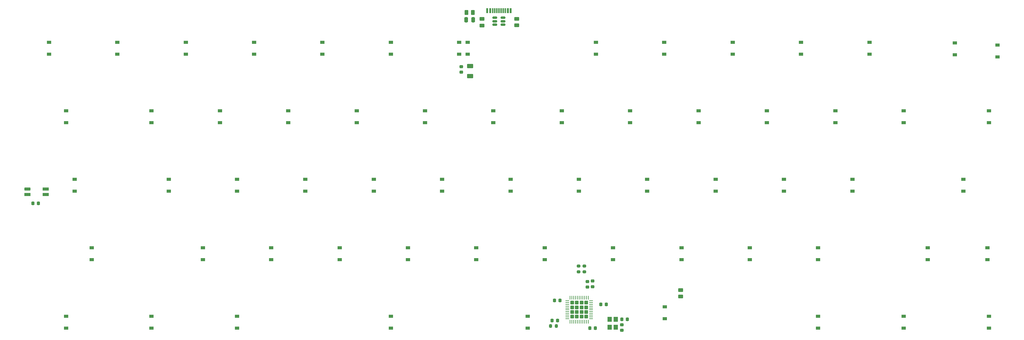
<source format=gbr>
%TF.GenerationSoftware,KiCad,Pcbnew,(6.0.4)*%
%TF.CreationDate,2022-05-28T14:43:12-04:00*%
%TF.ProjectId,keyboard,6b657962-6f61-4726-942e-6b696361645f,rev?*%
%TF.SameCoordinates,Original*%
%TF.FileFunction,Paste,Bot*%
%TF.FilePolarity,Positive*%
%FSLAX46Y46*%
G04 Gerber Fmt 4.6, Leading zero omitted, Abs format (unit mm)*
G04 Created by KiCad (PCBNEW (6.0.4)) date 2022-05-28 14:43:12*
%MOMM*%
%LPD*%
G01*
G04 APERTURE LIST*
G04 Aperture macros list*
%AMRoundRect*
0 Rectangle with rounded corners*
0 $1 Rounding radius*
0 $2 $3 $4 $5 $6 $7 $8 $9 X,Y pos of 4 corners*
0 Add a 4 corners polygon primitive as box body*
4,1,4,$2,$3,$4,$5,$6,$7,$8,$9,$2,$3,0*
0 Add four circle primitives for the rounded corners*
1,1,$1+$1,$2,$3*
1,1,$1+$1,$4,$5*
1,1,$1+$1,$6,$7*
1,1,$1+$1,$8,$9*
0 Add four rect primitives between the rounded corners*
20,1,$1+$1,$2,$3,$4,$5,0*
20,1,$1+$1,$4,$5,$6,$7,0*
20,1,$1+$1,$6,$7,$8,$9,0*
20,1,$1+$1,$8,$9,$2,$3,0*%
G04 Aperture macros list end*
%ADD10RoundRect,0.225000X-0.225000X-0.250000X0.225000X-0.250000X0.225000X0.250000X-0.225000X0.250000X0*%
%ADD11RoundRect,0.225000X0.225000X0.250000X-0.225000X0.250000X-0.225000X-0.250000X0.225000X-0.250000X0*%
%ADD12RoundRect,0.225000X0.250000X-0.225000X0.250000X0.225000X-0.250000X0.225000X-0.250000X-0.225000X0*%
%ADD13RoundRect,0.225000X-0.250000X0.225000X-0.250000X-0.225000X0.250000X-0.225000X0.250000X0.225000X0*%
%ADD14RoundRect,0.250000X-0.450000X0.262500X-0.450000X-0.262500X0.450000X-0.262500X0.450000X0.262500X0*%
%ADD15RoundRect,0.250000X0.450000X-0.262500X0.450000X0.262500X-0.450000X0.262500X-0.450000X-0.262500X0*%
%ADD16RoundRect,0.200000X0.275000X-0.200000X0.275000X0.200000X-0.275000X0.200000X-0.275000X-0.200000X0*%
%ADD17RoundRect,0.200000X-0.200000X-0.275000X0.200000X-0.275000X0.200000X0.275000X-0.200000X0.275000X0*%
%ADD18RoundRect,0.250000X0.625000X-0.375000X0.625000X0.375000X-0.625000X0.375000X-0.625000X-0.375000X0*%
%ADD19R,0.600000X1.450000*%
%ADD20R,0.300000X1.450000*%
%ADD21RoundRect,0.250000X-0.250000X-0.475000X0.250000X-0.475000X0.250000X0.475000X-0.250000X0.475000X0*%
%ADD22RoundRect,0.250000X-0.262500X-0.450000X0.262500X-0.450000X0.262500X0.450000X-0.262500X0.450000X0*%
%ADD23RoundRect,0.062500X-0.475000X0.062500X-0.475000X-0.062500X0.475000X-0.062500X0.475000X0.062500X0*%
%ADD24RoundRect,0.062500X-0.062500X0.475000X-0.062500X-0.475000X0.062500X-0.475000X0.062500X0.475000X0*%
%ADD25RoundRect,0.250000X-0.275000X0.275000X-0.275000X-0.275000X0.275000X-0.275000X0.275000X0.275000X0*%
%ADD26R,1.200000X1.400000*%
%ADD27R,1.200000X0.900000*%
%ADD28R,1.700000X0.820000*%
%ADD29RoundRect,0.205000X0.645000X0.205000X-0.645000X0.205000X-0.645000X-0.205000X0.645000X-0.205000X0*%
%ADD30RoundRect,0.150000X0.512500X0.150000X-0.512500X0.150000X-0.512500X-0.150000X0.512500X-0.150000X0*%
G04 APERTURE END LIST*
D10*
%TO.C,C1*%
X171125000Y-84000000D03*
X172675000Y-84000000D03*
%TD*%
%TO.C,C2*%
X168075000Y-90550000D03*
X169625000Y-90550000D03*
%TD*%
D11*
%TO.C,C4*%
X159825000Y-82850000D03*
X158275000Y-82850000D03*
%TD*%
D12*
%TO.C,C5*%
X167400000Y-79175000D03*
X167400000Y-77625000D03*
%TD*%
D13*
%TO.C,C6*%
X177000000Y-89625000D03*
X177000000Y-91175000D03*
%TD*%
D10*
%TO.C,C7*%
X176975000Y-88150000D03*
X178525000Y-88150000D03*
%TD*%
D13*
%TO.C,C8*%
X132411600Y-17842400D03*
X132411600Y-19392400D03*
%TD*%
D14*
%TO.C,R1*%
X138100000Y-4587500D03*
X138100000Y-6412500D03*
%TD*%
D15*
%TO.C,R2*%
X147800000Y-6362500D03*
X147800000Y-4537500D03*
%TD*%
D16*
%TO.C,R3*%
X166550000Y-74925000D03*
X166550000Y-73275000D03*
%TD*%
D17*
%TO.C,R5*%
X157175000Y-90000000D03*
X158825000Y-90000000D03*
%TD*%
D15*
%TO.C,R6*%
X193345698Y-81812500D03*
X193345698Y-79987500D03*
%TD*%
D18*
%TO.C,F1*%
X134850000Y-20500000D03*
X134850000Y-17700000D03*
%TD*%
D16*
%TO.C,R4*%
X165000000Y-74925000D03*
X165000000Y-73275000D03*
%TD*%
D19*
%TO.C,J1*%
X139620000Y-2255000D03*
X140420000Y-2255000D03*
D20*
X141120000Y-2255000D03*
X142120000Y-2255000D03*
X143620000Y-2255000D03*
X144620000Y-2255000D03*
D19*
X145320000Y-2255000D03*
X146120000Y-2255000D03*
X146120000Y-2255000D03*
X145320000Y-2255000D03*
D20*
X144120000Y-2255000D03*
X143120000Y-2255000D03*
X142620000Y-2255000D03*
X141620000Y-2255000D03*
D19*
X140420000Y-2255000D03*
X139620000Y-2255000D03*
%TD*%
D21*
%TO.C,C9*%
X133750000Y-4800000D03*
X135650000Y-4800000D03*
%TD*%
D22*
%TO.C,R7*%
X133800000Y-2750000D03*
X135625000Y-2750000D03*
%TD*%
D23*
%TO.C,U3*%
X161812500Y-82950000D03*
X161812500Y-83450000D03*
X161812500Y-83950000D03*
X161812500Y-84450000D03*
X161812500Y-84950000D03*
X161812500Y-85450000D03*
X161812500Y-85950000D03*
X161812500Y-86450000D03*
X161812500Y-86950000D03*
X161812500Y-87450000D03*
X161812500Y-87950000D03*
D24*
X162650000Y-88787500D03*
X163150000Y-88787500D03*
X163650000Y-88787500D03*
X164150000Y-88787500D03*
X164650000Y-88787500D03*
X165150000Y-88787500D03*
X165650000Y-88787500D03*
X166150000Y-88787500D03*
X166650000Y-88787500D03*
X167150000Y-88787500D03*
X167650000Y-88787500D03*
D23*
X168487500Y-87950000D03*
X168487500Y-87450000D03*
X168487500Y-86950000D03*
X168487500Y-86450000D03*
X168487500Y-85950000D03*
X168487500Y-85450000D03*
X168487500Y-84950000D03*
X168487500Y-84450000D03*
X168487500Y-83950000D03*
X168487500Y-83450000D03*
X168487500Y-82950000D03*
D24*
X167650000Y-82112500D03*
X167150000Y-82112500D03*
X166650000Y-82112500D03*
X166150000Y-82112500D03*
X165650000Y-82112500D03*
X165150000Y-82112500D03*
X164650000Y-82112500D03*
X164150000Y-82112500D03*
X163650000Y-82112500D03*
X163150000Y-82112500D03*
X162650000Y-82112500D03*
D25*
X163200000Y-84800000D03*
X167100000Y-86100000D03*
X165800000Y-83500000D03*
X164500000Y-83500000D03*
X164500000Y-86100000D03*
X163200000Y-87400000D03*
X164500000Y-84800000D03*
X163200000Y-86100000D03*
X164500000Y-87400000D03*
X167100000Y-87400000D03*
X163200000Y-83500000D03*
X165800000Y-87400000D03*
X167100000Y-83500000D03*
X165800000Y-86100000D03*
X167100000Y-84800000D03*
X165800000Y-84800000D03*
%TD*%
D26*
%TO.C,Y1*%
X175350000Y-88150000D03*
X175350000Y-90350000D03*
X173650000Y-90350000D03*
X173650000Y-88150000D03*
%TD*%
D27*
%TO.C,D55*%
X281437500Y-15143750D03*
X281437500Y-11843750D03*
%TD*%
%TO.C,D30*%
X51062500Y-52450000D03*
X51062500Y-49150000D03*
%TD*%
%TO.C,D33*%
X108062500Y-52450000D03*
X108062500Y-49150000D03*
%TD*%
%TO.C,D25*%
X217312500Y-33400000D03*
X217312500Y-30100000D03*
%TD*%
%TO.C,D7*%
X131812500Y-14350000D03*
X131812500Y-11050000D03*
%TD*%
%TO.C,D15*%
X22562500Y-33400000D03*
X22562500Y-30100000D03*
%TD*%
%TO.C,D38*%
X203062500Y-52450000D03*
X203062500Y-49150000D03*
%TD*%
%TO.C,D48*%
X155562500Y-71500000D03*
X155562500Y-68200000D03*
%TD*%
%TO.C,D14*%
X269562500Y-14518750D03*
X269562500Y-11218750D03*
%TD*%
%TO.C,D45*%
X98562500Y-71500000D03*
X98562500Y-68200000D03*
%TD*%
%TO.C,D16*%
X46312500Y-33400000D03*
X46312500Y-30100000D03*
%TD*%
%TO.C,D51*%
X212562500Y-71500000D03*
X212562500Y-68200000D03*
%TD*%
%TO.C,D46*%
X117562500Y-71500000D03*
X117562500Y-68200000D03*
%TD*%
%TO.C,D22*%
X160312500Y-33400000D03*
X160312500Y-30100000D03*
%TD*%
%TO.C,D64*%
X279062500Y-90550000D03*
X279062500Y-87250000D03*
%TD*%
%TO.C,D21*%
X141312500Y-33400000D03*
X141312500Y-30100000D03*
%TD*%
%TO.C,D43*%
X60562500Y-71500000D03*
X60562500Y-68200000D03*
%TD*%
%TO.C,D56*%
X22562500Y-90550000D03*
X22562500Y-87250000D03*
%TD*%
%TO.C,D8*%
X134187500Y-14350000D03*
X134187500Y-11050000D03*
%TD*%
D10*
%TO.C,C3*%
X13350000Y-55850000D03*
X14900000Y-55850000D03*
%TD*%
D27*
%TO.C,D37*%
X184062500Y-52450000D03*
X184062500Y-49150000D03*
%TD*%
%TO.C,D18*%
X84312500Y-33400000D03*
X84312500Y-30100000D03*
%TD*%
%TO.C,D13*%
X245812500Y-14350000D03*
X245812500Y-11050000D03*
%TD*%
%TO.C,D35*%
X146062500Y-52450000D03*
X146062500Y-49150000D03*
%TD*%
D12*
%TO.C,C10*%
X168900000Y-79025000D03*
X168900000Y-77475000D03*
%TD*%
D27*
%TO.C,D19*%
X103312500Y-33400000D03*
X103312500Y-30100000D03*
%TD*%
%TO.C,D50*%
X193562500Y-71500000D03*
X193562500Y-68200000D03*
%TD*%
%TO.C,D4*%
X74812500Y-14350000D03*
X74812500Y-11050000D03*
%TD*%
D28*
%TO.C,D65*%
X16925000Y-53375000D03*
X16925000Y-51875000D03*
D29*
X11825000Y-51875000D03*
D28*
X11825000Y-53375000D03*
%TD*%
D27*
%TO.C,D11*%
X207812500Y-14350000D03*
X207812500Y-11050000D03*
%TD*%
%TO.C,D1*%
X17812500Y-14350000D03*
X17812500Y-11050000D03*
%TD*%
%TO.C,D10*%
X188812500Y-14350000D03*
X188812500Y-11050000D03*
%TD*%
%TO.C,D24*%
X198312500Y-33400000D03*
X198312500Y-30100000D03*
%TD*%
%TO.C,D62*%
X231562500Y-90550000D03*
X231562500Y-87250000D03*
%TD*%
%TO.C,D20*%
X122312500Y-33400000D03*
X122312500Y-30100000D03*
%TD*%
%TO.C,D32*%
X89062500Y-52450000D03*
X89062500Y-49150000D03*
%TD*%
%TO.C,D2*%
X36812500Y-14350000D03*
X36812500Y-11050000D03*
%TD*%
%TO.C,D36*%
X165062500Y-52450000D03*
X165062500Y-49150000D03*
%TD*%
%TO.C,D54*%
X278625000Y-71500000D03*
X278625000Y-68200000D03*
%TD*%
%TO.C,D40*%
X241062500Y-52450000D03*
X241062500Y-49150000D03*
%TD*%
%TO.C,D3*%
X55812500Y-14350000D03*
X55812500Y-11050000D03*
%TD*%
%TO.C,D52*%
X231562500Y-71500000D03*
X231562500Y-68200000D03*
%TD*%
%TO.C,D57*%
X46312500Y-90550000D03*
X46312500Y-87250000D03*
%TD*%
%TO.C,D6*%
X112812500Y-14350000D03*
X112812500Y-11050000D03*
%TD*%
%TO.C,D5*%
X93812500Y-14350000D03*
X93812500Y-11050000D03*
%TD*%
%TO.C,D9*%
X169812500Y-14350000D03*
X169812500Y-11050000D03*
%TD*%
%TO.C,D29*%
X24937500Y-52450000D03*
X24937500Y-49150000D03*
%TD*%
%TO.C,D60*%
X150812500Y-90550000D03*
X150812500Y-87250000D03*
%TD*%
%TO.C,D58*%
X70062500Y-90550000D03*
X70062500Y-87250000D03*
%TD*%
%TO.C,D44*%
X79562500Y-71500000D03*
X79562500Y-68200000D03*
%TD*%
%TO.C,D63*%
X255312500Y-90550000D03*
X255312500Y-87250000D03*
%TD*%
%TO.C,D41*%
X271937500Y-52450000D03*
X271937500Y-49150000D03*
%TD*%
%TO.C,D23*%
X179312500Y-33400000D03*
X179312500Y-30100000D03*
%TD*%
D30*
%TO.C,U1*%
X143987500Y-4250000D03*
X143987500Y-5200000D03*
X143987500Y-6150000D03*
X141712500Y-6150000D03*
X141712500Y-5200000D03*
X141712500Y-4250000D03*
%TD*%
D27*
%TO.C,D59*%
X112812500Y-90550000D03*
X112812500Y-87250000D03*
%TD*%
D11*
%TO.C,C11*%
X159125000Y-88500000D03*
X157575000Y-88500000D03*
%TD*%
D27*
%TO.C,D47*%
X136562500Y-71500000D03*
X136562500Y-68200000D03*
%TD*%
%TO.C,D39*%
X222062500Y-52450000D03*
X222062500Y-49150000D03*
%TD*%
%TO.C,D49*%
X174562500Y-71500000D03*
X174562500Y-68200000D03*
%TD*%
%TO.C,D27*%
X255312500Y-33400000D03*
X255312500Y-30100000D03*
%TD*%
%TO.C,D42*%
X29687500Y-71500000D03*
X29687500Y-68200000D03*
%TD*%
%TO.C,D26*%
X236312500Y-33400000D03*
X236312500Y-30100000D03*
%TD*%
%TO.C,D53*%
X262000000Y-71500000D03*
X262000000Y-68200000D03*
%TD*%
%TO.C,D31*%
X70062500Y-52450000D03*
X70062500Y-49150000D03*
%TD*%
%TO.C,D34*%
X127062500Y-52450000D03*
X127062500Y-49150000D03*
%TD*%
%TO.C,D12*%
X226812500Y-14350000D03*
X226812500Y-11050000D03*
%TD*%
%TO.C,D61*%
X188900000Y-87950000D03*
X188900000Y-84650000D03*
%TD*%
%TO.C,D28*%
X279062500Y-33400000D03*
X279062500Y-30100000D03*
%TD*%
%TO.C,D17*%
X65312500Y-33400000D03*
X65312500Y-30100000D03*
%TD*%
M02*

</source>
